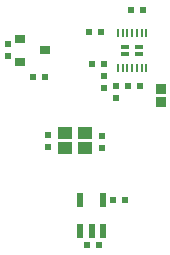
<source format=gbr>
G04 EAGLE Gerber X2 export*
G75*
%MOMM*%
%FSLAX34Y34*%
%LPD*%
%AMOC8*
5,1,8,0,0,1.08239X$1,22.5*%
G01*
%ADD10R,0.600000X0.600000*%
%ADD11R,0.800000X0.400000*%
%ADD12R,0.200000X0.700000*%
%ADD13R,1.200000X1.000000*%
%ADD14R,0.900000X0.850000*%
%ADD15R,0.900000X0.800000*%
%ADD16R,0.550000X1.200000*%


D10*
X123444Y244776D03*
X123444Y234776D03*
X77724Y245538D03*
X77724Y235538D03*
X132160Y190500D03*
X142160Y190500D03*
X120570Y152400D03*
X110570Y152400D03*
D11*
X142590Y320500D03*
X142590Y314500D03*
X154590Y320500D03*
X154590Y314500D03*
D12*
X136590Y332250D03*
X140590Y332250D03*
X144590Y332250D03*
X148590Y332250D03*
X152590Y332250D03*
X156590Y332250D03*
X160590Y332250D03*
X136590Y302750D03*
X140590Y302750D03*
X144590Y302750D03*
X148590Y302750D03*
X152590Y302750D03*
X156590Y302750D03*
X160590Y302750D03*
D13*
X91830Y247800D03*
X108830Y247800D03*
X108830Y234800D03*
X91830Y234800D03*
D10*
X157400Y351790D03*
X147400Y351790D03*
D14*
X172720Y273600D03*
X172720Y285200D03*
D10*
X144860Y287020D03*
X154860Y287020D03*
X124380Y306070D03*
X114380Y306070D03*
X134620Y276940D03*
X134620Y286940D03*
X124460Y285830D03*
X124460Y295830D03*
D15*
X53500Y308000D03*
X53500Y327000D03*
X74500Y317500D03*
D10*
X43180Y312500D03*
X43180Y322500D03*
X64850Y294640D03*
X74850Y294640D03*
X111840Y332740D03*
X121840Y332740D03*
D16*
X123800Y164799D03*
X114300Y164799D03*
X104800Y164799D03*
X104800Y190801D03*
X123800Y190801D03*
M02*

</source>
